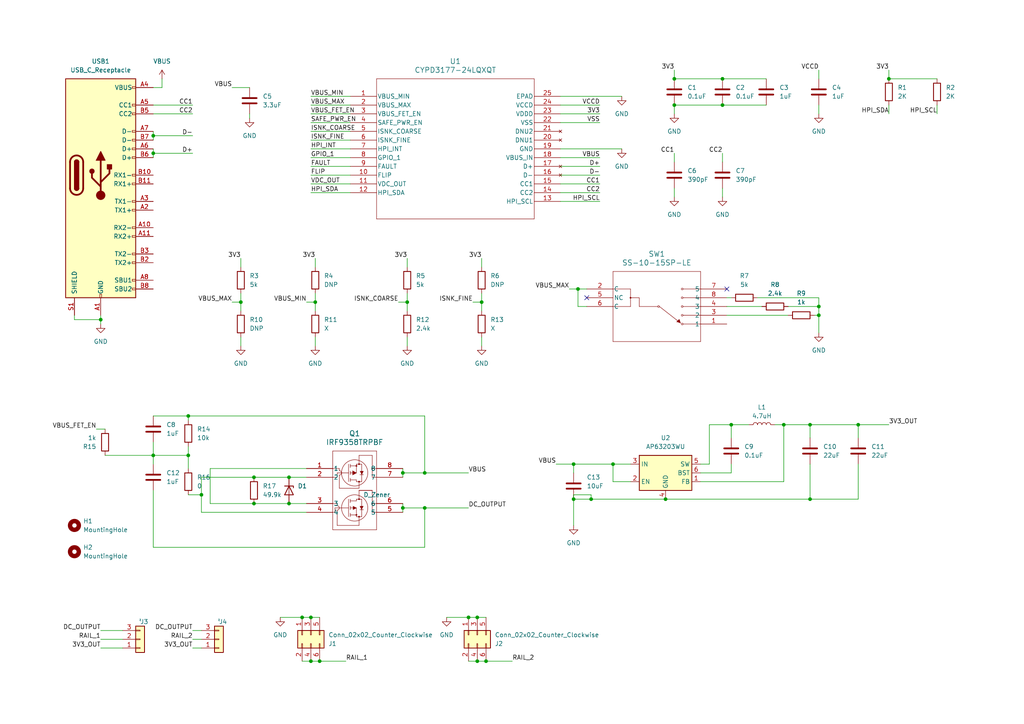
<source format=kicad_sch>
(kicad_sch (version 20231120) (generator "eeschema") (generator_version "8.0")
  (paper "A4")
  (title_block (title "USB C Breadboard Power Supply") (rev "0.1") (company "Byte Sized Engineering"))
  (lib_symbols
    (symbol "Connector:USB_C_Receptacle" (pin_names (offset 1.016))
      (property "Reference" "J" (at -10.16 29.21 0))
      (property "Value" "USB_C_Receptacle" (at 10.16 29.21 0))
      (symbol "USB_C_Receptacle_0_0"
        (rectangle (start -0.254 -35.56) (end 0.254 -34.544))
        (rectangle (start 10.16 -32.766) (end 9.144 -33.274))
        (rectangle (start 10.16 -30.226) (end 9.144 -30.734))
        (rectangle (start 10.16 -25.146) (end 9.144 -25.654))
        (rectangle (start 10.16 -22.606) (end 9.144 -23.114))
        (rectangle (start 10.16 -17.526) (end 9.144 -18.034))
        (rectangle (start 10.16 -14.986) (end 9.144 -15.494))
        (rectangle (start 10.16 -9.906) (end 9.144 -10.414))
        (rectangle (start 10.16 -7.366) (end 9.144 -7.874))
        (rectangle (start 10.16 -2.286) (end 9.144 -2.794))
        (rectangle (start 10.16 0.254) (end 9.144 -0.254))
        (rectangle (start 10.16 5.334) (end 9.144 4.826))
        (rectangle (start 10.16 7.874) (end 9.144 7.366))
        (rectangle (start 10.16 10.414) (end 9.144 9.906))
        (rectangle (start 10.16 12.954) (end 9.144 12.446))
        (rectangle (start 10.16 18.034) (end 9.144 17.526))
        (rectangle (start 10.16 20.574) (end 9.144 20.066))
        (rectangle (start 10.16 25.654) (end 9.144 25.146))
      )
      (symbol "USB_C_Receptacle_0_1"
        (rectangle (start -10.16 27.94) (end 10.16 -35.56) (stroke (width 0.254)) (fill (type background)))
        (arc (start -8.89 -3.81) (mid -6.985 -5.7067) (end -5.08 -3.81) (stroke (width 0.508)))
        (arc (start -7.62 -3.81) (mid -6.985 -4.4423) (end -6.35 -3.81) (stroke (width 0.254)))
        (arc (start -7.62 -3.81) (mid -6.985 -4.4423) (end -6.35 -3.81) (stroke (width 0.254)) (fill (type outline)))
        (rectangle (start -7.62 -3.81) (end -6.35 3.81) (stroke (width 0.254)) (fill (type outline)))
        (arc (start -6.35 3.81) (mid -6.985 4.4423) (end -7.62 3.81) (stroke (width 0.254)))
        (arc (start -6.35 3.81) (mid -6.985 4.4423) (end -7.62 3.81) (stroke (width 0.254)) (fill (type outline)))
        (arc (start -5.08 3.81) (mid -6.985 5.7067) (end -8.89 3.81) (stroke (width 0.508)))
        (polyline (pts (xy -8.89 -3.81) (xy -8.89 3.81)) (stroke (width 0.508)))
        (polyline (pts (xy -5.08 3.81) (xy -5.08 -3.81)) (stroke (width 0.508)))
      )
      (symbol "USB_C_Receptacle_1_1"
        (circle (center -2.54 1.143) (radius 0.635) (stroke (width 0.254)) (fill (type outline)))
        (circle (center 0 -5.842) (radius 1.27) (fill (type outline)))
        (polyline (pts (xy 0 -5.842) (xy 0 4.318)) (stroke (width 0.508)))
        (polyline (pts (xy 0 -3.302) (xy -2.54 -0.762) (xy -2.54 0.508)) (stroke (width 0.508)))
        (polyline (pts (xy 0 -2.032) (xy 2.54 0.508) (xy 2.54 1.778)) (stroke (width 0.508)))
        (polyline (pts (xy -1.27 4.318) (xy 0 6.858) (xy 1.27 4.318) (xy -1.27 4.318)) (stroke (width 0.254)) (fill (type outline)))
        (rectangle (start 1.905 1.778) (end 3.175 3.048) (stroke (width 0.254)) (fill (type outline)))
        (pin passive line (at 0 -40.64 90) (length 5.08) (name "GND") (number "A1"))
        (pin bidirectional line (at 15.24 -15.24 180) (length 5.08) (name "RX2-") (number "A10"))
        (pin bidirectional line (at 15.24 -17.78 180) (length 5.08) (name "RX2+") (number "A11"))
        (pin passive line (at 0 -40.64 90) (length 5.08) hide (name "GND") (number "A12"))
        (pin bidirectional line (at 15.24 -10.16 180) (length 5.08) (name "TX1+") (number "A2"))
        (pin bidirectional line (at 15.24 -7.62 180) (length 5.08) (name "TX1-") (number "A3"))
        (pin passive line (at 15.24 25.4 180) (length 5.08) (name "VBUS") (number "A4"))
        (pin bidirectional line (at 15.24 20.32 180) (length 5.08) (name "CC1") (number "A5"))
        (pin bidirectional line (at 15.24 7.62 180) (length 5.08) (name "D+") (number "A6"))
        (pin bidirectional line (at 15.24 12.7 180) (length 5.08) (name "D-") (number "A7"))
        (pin bidirectional line (at 15.24 -30.48 180) (length 5.08) (name "SBU1") (number "A8"))
        (pin passive line (at 15.24 25.4 180) (length 5.08) hide (name "VBUS") (number "A9"))
        (pin passive line (at 0 -40.64 90) (length 5.08) hide (name "GND") (number "B1"))
        (pin bidirectional line (at 15.24 0 180) (length 5.08) (name "RX1-") (number "B10"))
        (pin bidirectional line (at 15.24 -2.54 180) (length 5.08) (name "RX1+") (number "B11"))
        (pin passive line (at 0 -40.64 90) (length 5.08) hide (name "GND") (number "B12"))
        (pin bidirectional line (at 15.24 -25.4 180) (length 5.08) (name "TX2+") (number "B2"))
        (pin bidirectional line (at 15.24 -22.86 180) (length 5.08) (name "TX2-") (number "B3"))
        (pin passive line (at 15.24 25.4 180) (length 5.08) hide (name "VBUS") (number "B4"))
        (pin bidirectional line (at 15.24 17.78 180) (length 5.08) (name "CC2") (number "B5"))
        (pin bidirectional line (at 15.24 5.08 180) (length 5.08) (name "D+") (number "B6"))
        (pin bidirectional line (at 15.24 10.16 180) (length 5.08) (name "D-") (number "B7"))
        (pin bidirectional line (at 15.24 -33.02 180) (length 5.08) (name "SBU2") (number "B8"))
        (pin passive line (at 15.24 25.4 180) (length 5.08) hide (name "VBUS") (number "B9"))
        (pin passive line (at -7.62 -40.64 90) (length 5.08) (name "SHIELD") (number "S1"))
      )
    )
    (symbol "Connector_Generic:Conn_01x03" (pin_names (offset 1.016) hide)
      (property "Reference" "J" (at 0 5.08 0))
      (property "Value" "Conn_01x03" (at 0 -5.08 0))
      (symbol "Conn_01x03_1_1"
        (rectangle (start -1.27 -2.413) (end 0 -2.667) (stroke (width 0.1524)))
        (rectangle (start -1.27 0.127) (end 0 -0.127) (stroke (width 0.1524)))
        (rectangle (start -1.27 2.667) (end 0 2.413) (stroke (width 0.1524)))
        (rectangle (start -1.27 3.81) (end 1.27 -3.81) (stroke (width 0.254)) (fill (type background)))
        (pin passive line (at -5.08 2.54 0) (length 3.81) (name "Pin_1") (number "1"))
        (pin passive line (at -5.08 0 0) (length 3.81) (name "Pin_2") (number "2"))
        (pin passive line (at -5.08 -2.54 0) (length 3.81) (name "Pin_3") (number "3"))
      )
    )
    (symbol "Connector_Generic:Conn_02x03_Odd_Even" (pin_names (offset 1.016) hide)
      (property "Reference" "J" (at 1.27 5.08 0))
      (property "Value" "Conn_02x03_Odd_Even" (at 1.27 -5.08 0))
      (symbol "Conn_02x03_Odd_Even_1_1"
        (rectangle (start -1.27 -2.413) (end 0 -2.667) (stroke (width 0.1524)))
        (rectangle (start -1.27 0.127) (end 0 -0.127) (stroke (width 0.1524)))
        (rectangle (start -1.27 2.667) (end 0 2.413) (stroke (width 0.1524)))
        (rectangle (start -1.27 3.81) (end 3.81 -3.81) (stroke (width 0.254)) (fill (type background)))
        (rectangle (start 3.81 -2.413) (end 2.54 -2.667) (stroke (width 0.1524)))
        (rectangle (start 3.81 0.127) (end 2.54 -0.127) (stroke (width 0.1524)))
        (rectangle (start 3.81 2.667) (end 2.54 2.413) (stroke (width 0.1524)))
        (pin passive line (at -5.08 2.54 0) (length 3.81) (name "Pin_1") (number "1"))
        (pin passive line (at 7.62 2.54 180) (length 3.81) (name "Pin_2") (number "2"))
        (pin passive line (at -5.08 0 0) (length 3.81) (name "Pin_3") (number "3"))
        (pin passive line (at 7.62 0 180) (length 3.81) (name "Pin_4") (number "4"))
        (pin passive line (at -5.08 -2.54 0) (length 3.81) (name "Pin_5") (number "5"))
        (pin passive line (at 7.62 -2.54 180) (length 3.81) (name "Pin_6") (number "6"))
      )
    )
    (symbol "Device:C" (pin_numbers hide) (pin_names (offset 0.254))
      (property "Reference" "C" (at 0.635 2.54 0))
      (property "Value" "C" (at 0.635 -2.54 0))
      (symbol "C_0_1"
        (polyline (pts (xy -2.032 -0.762) (xy 2.032 -0.762)) (stroke (width 0.508)))
        (polyline (pts (xy -2.032 0.762) (xy 2.032 0.762)) (stroke (width 0.508)))
      )
      (symbol "C_1_1"
        (pin passive line (at 0 3.81 270) (length 2.794) (name "~") (number "1"))
        (pin passive line (at 0 -3.81 90) (length 2.794) (name "~") (number "2"))
      )
    )
    (symbol "Device:D_Zener" (pin_numbers hide) (pin_names (offset 1.016) hide)
      (property "Reference" "D" (at 0 2.54 0))
      (property "Value" "D_Zener" (at 0 -2.54 0))
      (symbol "D_Zener_0_1"
        (polyline (pts (xy 1.27 0) (xy -1.27 0)))
        (polyline (pts (xy -1.27 -1.27) (xy -1.27 1.27) (xy -0.762 1.27)) (stroke (width 0.254)))
        (polyline (pts (xy 1.27 -1.27) (xy 1.27 1.27) (xy -1.27 0) (xy 1.27 -1.27)) (stroke (width 0.254)))
      )
      (symbol "D_Zener_1_1"
        (pin passive line (at -3.81 0 0) (length 2.54) (name "K") (number "1"))
        (pin passive line (at 3.81 0 180) (length 2.54) (name "A") (number "2"))
      )
    )
    (symbol "Device:L" (pin_numbers hide) (pin_names (offset 1.016) hide)
      (property "Reference" "L" (at -1.27 0 90))
      (property "Value" "L" (at 1.905 0 90))
      (symbol "L_0_1"
        (arc (start 0 -2.54) (mid 0.6323 -1.905) (end 0 -1.27))
        (arc (start 0 -1.27) (mid 0.6323 -0.635) (end 0 0))
        (arc (start 0 0) (mid 0.6323 0.635) (end 0 1.27))
        (arc (start 0 1.27) (mid 0.6323 1.905) (end 0 2.54))
      )
      (symbol "L_1_1"
        (pin passive line (at 0 3.81 270) (length 1.27) (name "1") (number "1"))
        (pin passive line (at 0 -3.81 90) (length 1.27) (name "2") (number "2"))
      )
    )
    (symbol "Device:R" (pin_numbers hide) (pin_names (offset 0))
      (property "Reference" "R" (at 2.032 0 90))
      (property "Value" "R" (at 0 0 90))
      (symbol "R_0_1"
        (rectangle (start -1.016 -2.54) (end 1.016 2.54) (stroke (width 0.254)))
      )
      (symbol "R_1_1"
        (pin passive line (at 0 3.81 270) (length 1.27) (name "~") (number "1"))
        (pin passive line (at 0 -3.81 90) (length 1.27) (name "~") (number "2"))
      )
    )
    (symbol "Mechanical:MountingHole" (pin_names (offset 1.016))
      (property "Reference" "H" (at 0 5.08 0))
      (property "Value" "MountingHole" (at 0 3.175 0))
      (symbol "MountingHole_0_1"
        (circle (center 0 0) (radius 1.27) (stroke (width 1.27)))
      )
    )
    (symbol "Power Mosfet Array:IRF9358TRPBF" (pin_names (offset 0.254))
      (property "Reference" "Q" (at 13.97 10.16 0))
      (property "Value" "IRF9358TRPBF" (at 15.24 7.62 0))
      (symbol "IRF9358TRPBF_0_1"
        (polyline (pts (xy 7.62 -17.78) (xy 20.32 -17.78)) (stroke (width 0.127)))
        (polyline (pts (xy 7.62 -12.7) (xy 8.255 -12.7)) (stroke (width 0.127)))
        (polyline (pts (xy 7.62 -10.16) (xy 8.89 -10.16)) (stroke (width 0.127)))
        (polyline (pts (xy 7.62 -2.54) (xy 8.89 -2.54)) (stroke (width 0.127)))
        (polyline (pts (xy 7.62 0) (xy 9.525 0)) (stroke (width 0.127)))
        (polyline (pts (xy 7.62 5.08) (xy 7.62 -17.78)) (stroke (width 0.127)))
        (polyline (pts (xy 8.255 -12.7) (xy 8.255 -11.43)) (stroke (width 0.127)))
        (polyline (pts (xy 8.255 -11.43) (xy 12.192 -11.43)) (stroke (width 0.127)))
        (polyline (pts (xy 8.89 -16.51) (xy 15.24 -16.51)) (stroke (width 0.127)))
        (polyline (pts (xy 8.89 -12.065) (xy 8.89 -16.51)) (stroke (width 0.127)))
        (polyline (pts (xy 8.89 -10.795) (xy 8.89 -10.16)) (stroke (width 0.127)))
        (polyline (pts (xy 8.89 -2.54) (xy 8.89 -1.27)) (stroke (width 0.127)))
        (polyline (pts (xy 8.89 -1.27) (xy 12.192 -1.27)) (stroke (width 0.127)))
        (polyline (pts (xy 9.525 -1.905) (xy 9.525 -5.715)) (stroke (width 0.127)))
        (polyline (pts (xy 9.525 0) (xy 9.525 -0.635)) (stroke (width 0.127)))
        (polyline (pts (xy 12.192 -13.97) (xy 12.192 -8.89)) (stroke (width 0.127)))
        (polyline (pts (xy 12.192 1.27) (xy 12.192 -3.81)) (stroke (width 0.127)))
        (polyline (pts (xy 12.7 -13.97) (xy 12.7 -12.954)) (stroke (width 0.127)))
        (polyline (pts (xy 12.7 -13.462) (xy 14.478 -13.462)) (stroke (width 0.127)))
        (polyline (pts (xy 12.7 -11.938) (xy 12.7 -10.922)) (stroke (width 0.127)))
        (polyline (pts (xy 12.7 -11.43) (xy 14.478 -11.43)) (stroke (width 0.127)))
        (polyline (pts (xy 12.7 -9.906) (xy 12.7 -8.89)) (stroke (width 0.127)))
        (polyline (pts (xy 12.7 -9.398) (xy 14.478 -9.398)) (stroke (width 0.127)))
        (polyline (pts (xy 12.7 -3.302) (xy 14.478 -3.302)) (stroke (width 0.127)))
        (polyline (pts (xy 12.7 -2.794) (xy 12.7 -3.81)) (stroke (width 0.127)))
        (polyline (pts (xy 12.7 -1.27) (xy 14.478 -1.27)) (stroke (width 0.127)))
        (polyline (pts (xy 12.7 -0.762) (xy 12.7 -1.778)) (stroke (width 0.127)))
        (polyline (pts (xy 12.7 0.762) (xy 14.478 0.762)) (stroke (width 0.127)))
        (polyline (pts (xy 12.7 1.27) (xy 12.7 0.254)) (stroke (width 0.127)))
        (polyline (pts (xy 14.478 -13.97) (xy 14.478 -11.43)) (stroke (width 0.127)))
        (polyline (pts (xy 14.478 -13.97) (xy 16.002 -13.97)) (stroke (width 0.127)))
        (polyline (pts (xy 14.478 -9.398) (xy 14.478 -8.89)) (stroke (width 0.127)))
        (polyline (pts (xy 14.478 -8.89) (xy 16.002 -8.89)) (stroke (width 0.127)))
        (polyline (pts (xy 14.478 -3.81) (xy 16.002 -3.81)) (stroke (width 0.127)))
        (polyline (pts (xy 14.478 -3.302) (xy 14.478 -3.81)) (stroke (width 0.127)))
        (polyline (pts (xy 14.478 1.27) (xy 14.478 -1.27)) (stroke (width 0.127)))
        (polyline (pts (xy 14.478 1.27) (xy 16.002 1.27)) (stroke (width 0.127)))
        (polyline (pts (xy 15.24 -16.51) (xy 15.24 -13.97)) (stroke (width 0.127)))
        (polyline (pts (xy 15.24 -8.89) (xy 15.24 -6.35)) (stroke (width 0.127)))
        (polyline (pts (xy 15.24 -6.35) (xy 19.05 -6.35)) (stroke (width 0.127)))
        (polyline (pts (xy 15.24 -6.35) (xy 19.05 -6.35)) (stroke (width 0.127)))
        (polyline (pts (xy 15.24 -5.715) (xy 9.525 -5.715)) (stroke (width 0.127)))
        (polyline (pts (xy 15.24 -5.715) (xy 15.24 -3.81)) (stroke (width 0.127)))
        (polyline (pts (xy 15.24 3.81) (xy 15.24 1.27)) (stroke (width 0.127)))
        (polyline (pts (xy 15.24 3.81) (xy 19.05 3.81)) (stroke (width 0.127)))
        (polyline (pts (xy 15.494 -1.778) (xy 16.51 -1.778)) (stroke (width 0.127)))
        (polyline (pts (xy 16.002 -13.97) (xy 16.002 -8.89)) (stroke (width 0.127)))
        (polyline (pts (xy 16.002 1.27) (xy 16.002 -3.81)) (stroke (width 0.127)))
        (polyline (pts (xy 16.51 -11.938) (xy 15.494 -11.938)) (stroke (width 0.127)))
        (polyline (pts (xy 19.05 -12.7) (xy 19.05 -6.35)) (stroke (width 0.127)))
        (polyline (pts (xy 19.05 -12.7) (xy 20.32 -12.7)) (stroke (width 0.127)))
        (polyline (pts (xy 19.05 -10.16) (xy 20.32 -10.16)) (stroke (width 0.127)))
        (polyline (pts (xy 19.05 -2.54) (xy 20.32 -2.54)) (stroke (width 0.127)))
        (polyline (pts (xy 19.05 0) (xy 20.32 0)) (stroke (width 0.127)))
        (polyline (pts (xy 19.05 3.81) (xy 19.05 -2.54)) (stroke (width 0.127)))
        (polyline (pts (xy 20.32 -17.78) (xy 20.32 5.08)) (stroke (width 0.127)))
        (polyline (pts (xy 20.32 5.08) (xy 7.62 5.08)) (stroke (width 0.127)))
        (polyline (pts (xy 13.335 -1.905) (xy 14.478 -1.27) (xy 13.335 -0.635)) (stroke (width 0.0254)) (fill (type outline)))
        (polyline (pts (xy 13.462 -10.922) (xy 14.478 -11.43) (xy 13.462 -11.938)) (stroke (width 0.0254)) (fill (type outline)))
        (polyline (pts (xy 15.494 -0.762) (xy 16.51 -0.762) (xy 16.002 -1.778)) (stroke (width 0.0254)) (fill (type outline)))
        (polyline (pts (xy 16.51 -10.922) (xy 15.494 -10.922) (xy 16.002 -11.938)) (stroke (width 0.0254)) (fill (type outline)))
        (arc (start 8.89 -12.065) (mid 9.5223 -11.43) (end 8.89 -10.795) (stroke (width 0.127)))
        (arc (start 9.525 -1.905) (mid 10.1573 -1.27) (end 9.525 -0.635) (stroke (width 0.127)))
        (circle (center 13.97 -11.43) (radius 3.81) (stroke (width 0.127)))
        (circle (center 13.97 -1.27) (radius 3.81) (stroke (width 0.127)))
        (circle (center 14.478 -13.462) (radius 0.127) (stroke (width 0.254)))
        (circle (center 14.478 0.762) (radius 0.127) (stroke (width 0.254)))
        (circle (center 15.24 -13.97) (radius 0.127) (stroke (width 0.254)))
        (circle (center 15.24 -8.89) (radius 0.127) (stroke (width 0.254)))
        (circle (center 15.24 -3.81) (radius 0.127) (stroke (width 0.254)))
        (circle (center 15.24 1.27) (radius 0.127) (stroke (width 0.254)))
        (circle (center 19.05 -10.16) (radius 0.127) (stroke (width 0.254)))
        (circle (center 19.05 0) (radius 0.127) (stroke (width 0.254)))
        (pin unspecified line (at 0 0 0) (length 7.62) (name "1") (number "1"))
        (pin unspecified line (at 0 -2.54 0) (length 7.62) (name "2") (number "2"))
        (pin unspecified line (at 0 -10.16 0) (length 7.62) (name "3") (number "3"))
        (pin unspecified line (at 0 -12.7 0) (length 7.62) (name "4") (number "4"))
        (pin unspecified line (at 27.94 -12.7 180) (length 7.62) (name "5") (number "5"))
        (pin unspecified line (at 27.94 -10.16 180) (length 7.62) (name "6") (number "6"))
        (pin unspecified line (at 27.94 -2.54 180) (length 7.62) (name "7") (number "7"))
        (pin unspecified line (at 27.94 0 180) (length 7.62) (name "8") (number "8"))
      )
    )
    (symbol "Project Symbols:CYPD3177-24LQXQT" (pin_names (offset 0.254))
      (property "Reference" "U" (at 30.48 10.16 0))
      (property "Value" "CYPD3177-24LQXQT" (at 30.48 7.62 0))
      (symbol "CYPD3177-24LQXQT_0_1"
        (polyline (pts (xy 7.62 -35.56) (xy 53.34 -35.56)) (stroke (width 0.127)))
        (polyline (pts (xy 7.62 5.08) (xy 7.62 -35.56)) (stroke (width 0.127)))
        (polyline (pts (xy 53.34 -35.56) (xy 53.34 5.08)) (stroke (width 0.127)))
        (polyline (pts (xy 53.34 5.08) (xy 7.62 5.08)) (stroke (width 0.127)))
        (pin unspecified line (at 0 0 0) (length 7.62) (name "VBUS_MIN") (number "1"))
        (pin bidirectional line (at 0 -22.86 0) (length 7.62) (name "FLIP") (number "10"))
        (pin output line (at 0 -25.4 0) (length 7.62) (name "VDC_OUT") (number "11"))
        (pin unspecified line (at 0 -27.94 0) (length 7.62) (name "HPI_SDA") (number "12"))
        (pin unspecified line (at 60.96 -30.48 180) (length 7.62) (name "HPI_SCL") (number "13"))
        (pin unspecified line (at 60.96 -27.94 180) (length 7.62) (name "CC2") (number "14"))
        (pin unspecified line (at 60.96 -25.4 180) (length 7.62) (name "CC1") (number "15"))
        (pin no_connect line (at 60.96 -22.86 180) (length 7.62) (name "D-") (number "16"))
        (pin no_connect line (at 60.96 -20.32 180) (length 7.62) (name "D+") (number "17"))
        (pin input line (at 60.96 -17.78 180) (length 7.62) (name "VBUS_IN") (number "18"))
        (pin power_out line (at 60.96 -15.24 180) (length 7.62) (name "GND") (number "19"))
        (pin unspecified line (at 0 -2.54 0) (length 7.62) (name "VBUS_MAX") (number "2"))
        (pin no_connect line (at 60.96 -12.7 180) (length 7.62) (name "DNU1") (number "20"))
        (pin no_connect line (at 60.96 -10.16 180) (length 7.62) (name "DNU2") (number "21"))
        (pin power_out line (at 60.96 -7.62 180) (length 7.62) (name "VSS") (number "22"))
        (pin output line (at 60.96 -5.08 180) (length 7.62) (name "VDDD") (number "23"))
        (pin output line (at 60.96 -2.54 180) (length 7.62) (name "VCCD") (number "24"))
        (pin power_out line (at 60.96 0 180) (length 7.62) (name "EPAD") (number "25"))
        (pin output line (at 0 -5.08 0) (length 7.62) (name "VBUS_FET_EN") (number "3"))
        (pin output line (at 0 -7.62 0) (length 7.62) (name "SAFE_PWR_EN") (number "4"))
        (pin unspecified line (at 0 -10.16 0) (length 7.62) (name "ISNK_COARSE") (number "5"))
        (pin unspecified line (at 0 -12.7 0) (length 7.62) (name "ISNK_FINE") (number "6"))
        (pin unspecified line (at 0 -15.24 0) (length 7.62) (name "HPI_INT") (number "7"))
        (pin unspecified line (at 0 -17.78 0) (length 7.62) (name "GPIO_1") (number "8"))
        (pin unspecified line (at 0 -20.32 0) (length 7.62) (name "FAULT") (number "9"))
      )
    )
    (symbol "Regulator_Switching:AP63203WU"
      (property "Reference" "U" (at -7.62 6.35 0))
      (property "Value" "AP63203WU" (at 2.54 6.35 0))
      (symbol "AP63203WU_0_1"
        (rectangle (start -7.62 5.08) (end 7.62 -5.08) (stroke (width 0.254)) (fill (type background)))
      )
      (symbol "AP63203WU_1_1"
        (pin input line (at 10.16 -2.54 180) (length 2.54) (name "FB") (number "1"))
        (pin input line (at -10.16 -2.54 0) (length 2.54) (name "EN") (number "2"))
        (pin power_in line (at -10.16 2.54 0) (length 2.54) (name "IN") (number "3"))
        (pin power_in line (at 0 -7.62 90) (length 2.54) (name "GND") (number "4"))
        (pin output line (at 10.16 2.54 180) (length 2.54) (name "SW") (number "5"))
        (pin passive line (at 10.16 0 180) (length 2.54) (name "BST") (number "6"))
      )
    )
    (symbol "Rotary:SS-10-15SP-LE" (pin_names (offset 0.254))
      (property "Reference" "SW" (at 20.32 10.16 0))
      (property "Value" "SS-10-15SP-LE" (at 20.32 7.62 0))
      (symbol "SS-10-15SP-LE_1_1"
        (polyline (pts (xy 7.62 -15.24) (xy 33.02 -15.24)) (stroke (width 0.127)))
        (polyline (pts (xy 7.62 -5.08) (xy 12.7 -5.08)) (stroke (width 0.127)))
        (polyline (pts (xy 7.62 -2.54) (xy 12.7 -2.54)) (stroke (width 0.127)))
        (polyline (pts (xy 7.62 0) (xy 12.7 0)) (stroke (width 0.127)))
        (polyline (pts (xy 7.62 5.08) (xy 7.62 -15.24)) (stroke (width 0.127)))
        (polyline (pts (xy 12.7 -10.16) (xy 7.62 -10.16)) (stroke (width 0.127)))
        (polyline (pts (xy 12.7 -7.62) (xy 7.62 -7.62)) (stroke (width 0.127)))
        (polyline (pts (xy 19.558 -5.08) (xy 13.716 -0.508)) (stroke (width 0.127)))
        (polyline (pts (xy 25.4 -5.08) (xy 20.066 -5.08)) (stroke (width 0.127)))
        (polyline (pts (xy 25.4 -5.08) (xy 25.4 -7.62)) (stroke (width 0.127)))
        (polyline (pts (xy 27.94 -10.16) (xy 33.02 -10.16)) (stroke (width 0.127)))
        (polyline (pts (xy 27.94 -7.62) (xy 25.4 -7.62)) (stroke (width 0.127)))
        (polyline (pts (xy 27.94 -5.08) (xy 27.94 -10.16)) (stroke (width 0.127)))
        (polyline (pts (xy 33.02 -15.24) (xy 33.02 5.08)) (stroke (width 0.127)))
        (polyline (pts (xy 33.02 -5.08) (xy 27.94 -5.08)) (stroke (width 0.127)))
        (polyline (pts (xy 33.02 5.08) (xy 7.62 5.08)) (stroke (width 0.127)))
        (polyline (pts (xy 13.462 -0.254) (xy 13.8212 -1.3316) (xy 14.5396 -0.6132)) (fill (type outline)))
        (circle (center 12.954 -10.16) (radius 0.254) (stroke (width 0.127)))
        (circle (center 12.954 -7.62) (radius 0.254) (stroke (width 0.127)))
        (circle (center 12.954 -5.08) (radius 0.254) (stroke (width 0.127)))
        (circle (center 12.954 -2.54) (radius 0.254) (stroke (width 0.127)))
        (circle (center 12.954 0) (radius 0.254) (stroke (width 0.127)))
        (circle (center 19.812 -5.08) (radius 0.254) (stroke (width 0.127)))
        (circle (center 27.94 -7.62) (radius 0.127) (stroke (width 0.254)))
        (pin unspecified line (at 0 0 0) (length 7.62) (name "1") (number "1"))
        (pin unspecified line (at 40.64 -10.16 180) (length 7.62) (name "C") (number "2"))
        (pin unspecified line (at 0 -2.54 0) (length 7.62) (name "2") (number "3"))
        (pin unspecified line (at 0 -5.08 0) (length 7.62) (name "3") (number "4"))
        (pin unspecified line (at 40.64 -7.62 180) (length 7.62) (name "NC") (number "5"))
        (pin unspecified line (at 40.64 -5.08 180) (length 7.62) (name "C") (number "6"))
        (pin unspecified line (at 0 -10.16 0) (length 7.62) (name "5") (number "7"))
        (pin unspecified line (at 0 -7.62 0) (length 7.62) (name "4") (number "8"))
      )
    )
    (symbol "power:GND" (power) (pin_names (offset 0))
      (property "Value" "GND" (at 0 -3.81 0))
      (symbol "GND_0_1"
        (polyline (pts (xy 0 0) (xy 0 -1.27) (xy 1.27 -1.27) (xy 0 -2.54) (xy -1.27 -1.27) (xy 0 -1.27)))
      )
      (symbol "GND_1_1"
        (pin power_in line (at 0 0 270) (length 0) hide (name "GND") (number "1"))
      )
    )
    (symbol "power:VBUS" (power) (pin_names (offset 0))
      (property "Value" "VBUS" (at 0 3.81 0))
      (symbol "VBUS_0_1"
        (polyline (pts (xy -0.762 1.27) (xy 0 2.54)))
        (polyline (pts (xy 0 0) (xy 0 2.54)))
        (polyline (pts (xy 0 2.54) (xy 0.762 1.27)))
      )
      (symbol "VBUS_1_1"
        (pin power_in line (at 0 0 90) (length 0) hide (name "VBUS") (number "1"))
      )
    )
  )
  (junction (at 227.33 123.19))
  (junction (at 166.37 134.62))
  (junction (at 234.95 144.78))
  (junction (at 116.84 137.16))
  (junction (at 83.82 138.43))
  (junction (at 92.71 191.77))
  (junction (at 90.17 179.07))
  (junction (at 257.81 22.86))
  (junction (at 138.43 191.77))
  (junction (at 123.19 137.16))
  (junction (at 44.45 39.37))
  (junction (at 234.95 123.19))
  (junction (at 248.92 123.19))
  (junction (at 135.89 179.07))
  (junction (at 118.11 87.63))
  (junction (at 209.55 30.48))
  (junction (at 29.21 92.71))
  (junction (at 54.61 120.65))
  (junction (at 73.66 138.43))
  (junction (at 123.19 147.32))
  (junction (at 140.97 191.77))
  (junction (at 138.43 179.07))
  (junction (at 44.45 132.08))
  (junction (at 195.58 22.86))
  (junction (at 87.63 179.07))
  (junction (at 69.85 87.63))
  (junction (at 193.04 144.78))
  (junction (at 167.64 83.82))
  (junction (at 116.84 147.32))
  (junction (at 90.17 191.77))
  (junction (at 91.44 87.63))
  (junction (at 83.82 146.05))
  (junction (at 54.61 132.08))
  (junction (at 73.66 146.05))
  (junction (at 177.8 134.62))
  (junction (at 139.7 87.63))
  (junction (at 44.45 44.45))
  (junction (at 237.49 91.44))
  (junction (at 212.09 123.19))
  (junction (at 171.45 144.78))
  (junction (at 58.42 143.51))
  (junction (at 166.37 144.78))
  (junction (at 195.58 30.48))
  (junction (at 209.55 22.86))
  (junction (at 237.49 88.9))
  (no_connect (at 170.18 86.36))
  (no_connect (at 210.82 83.82))
  (wire (pts (xy 30.48 132.08) (xy 44.45 132.08)))
  (wire (pts (xy 60.96 135.89) (xy 60.96 146.05)))
  (wire (pts (xy 210.82 88.9) (xy 220.98 88.9)))
  (wire (pts (xy 44.45 43.18) (xy 44.45 44.45)))
  (wire (pts (xy 237.49 86.36) (xy 237.49 88.9)))
  (wire (pts (xy 44.45 158.75) (xy 123.19 158.75)))
  (wire (pts (xy 173.99 35.56) (xy 162.56 35.56)))
  (wire (pts (xy 118.11 87.63) (xy 118.11 90.17)))
  (wire (pts (xy 91.44 87.63) (xy 91.44 90.17)))
  (wire (pts (xy 44.45 25.4) (xy 46.99 25.4)))
  (wire (pts (xy 27.94 124.46) (xy 30.48 124.46)))
  (wire (pts (xy 171.45 144.78) (xy 166.37 144.78)))
  (wire (pts (xy 257.81 30.48) (xy 257.81 33.02)))
  (wire (pts (xy 271.78 30.48) (xy 271.78 33.02)))
  (wire (pts (xy 234.95 123.19) (xy 234.95 127)))
  (wire (pts (xy 21.59 91.44) (xy 21.59 92.71)))
  (wire (pts (xy 81.28 179.07) (xy 87.63 179.07)))
  (wire (pts (xy 173.99 58.42) (xy 162.56 58.42)))
  (wire (pts (xy 203.2 137.16) (xy 212.09 137.16)))
  (wire (pts (xy 138.43 191.77) (xy 140.97 191.77)))
  (wire (pts (xy 234.95 144.78) (xy 234.95 134.62)))
  (wire (pts (xy 212.09 123.19) (xy 205.74 123.19)))
  (wire (pts (xy 205.74 123.19) (xy 205.74 134.62)))
  (wire (pts (xy 139.7 97.79) (xy 139.7 100.33)))
  (wire (pts (xy 118.11 85.09) (xy 118.11 87.63)))
  (wire (pts (xy 165.1 83.82) (xy 167.64 83.82)))
  (wire (pts (xy 209.55 44.45) (xy 209.55 46.99)))
  (wire (pts (xy 167.64 83.82) (xy 167.64 88.9)))
  (wire (pts (xy 69.85 87.63) (xy 67.31 87.63)))
  (wire (pts (xy 69.85 97.79) (xy 69.85 100.33)))
  (wire (pts (xy 227.33 123.19) (xy 234.95 123.19)))
  (wire (pts (xy 166.37 144.78) (xy 166.37 152.4)))
  (wire (pts (xy 73.66 138.43) (xy 83.82 138.43)))
  (wire (pts (xy 116.84 147.32) (xy 116.84 148.59)))
  (wire (pts (xy 29.21 185.42) (xy 35.56 185.42)))
  (wire (pts (xy 228.6 88.9) (xy 237.49 88.9)))
  (wire (pts (xy 90.17 33.02) (xy 101.6 33.02)))
  (wire (pts (xy 46.99 25.4) (xy 46.99 22.86)))
  (wire (pts (xy 44.45 33.02) (xy 55.88 33.02)))
  (wire (pts (xy 116.84 135.89) (xy 116.84 137.16)))
  (wire (pts (xy 195.58 30.48) (xy 209.55 30.48)))
  (wire (pts (xy 237.49 20.32) (xy 237.49 22.86)))
  (wire (pts (xy 58.42 143.51) (xy 58.42 148.59)))
  (wire (pts (xy 140.97 191.77) (xy 148.59 191.77)))
  (wire (pts (xy 90.17 48.26) (xy 101.6 48.26)))
  (wire (pts (xy 88.9 135.89) (xy 60.96 135.89)))
  (wire (pts (xy 195.58 54.61) (xy 195.58 57.15)))
  (wire (pts (xy 55.88 44.45) (xy 44.45 44.45)))
  (wire (pts (xy 116.84 137.16) (xy 123.19 137.16)))
  (wire (pts (xy 139.7 87.63) (xy 137.16 87.63)))
  (wire (pts (xy 123.19 137.16) (xy 135.89 137.16)))
  (wire (pts (xy 69.85 74.93) (xy 69.85 77.47)))
  (wire (pts (xy 173.99 33.02) (xy 162.56 33.02)))
  (wire (pts (xy 248.92 144.78) (xy 248.92 134.62)))
  (wire (pts (xy 203.2 139.7) (xy 227.33 139.7)))
  (wire (pts (xy 90.17 43.18) (xy 101.6 43.18)))
  (wire (pts (xy 44.45 142.24) (xy 44.45 158.75)))
  (wire (pts (xy 248.92 123.19) (xy 257.81 123.19)))
  (wire (pts (xy 171.45 143.51) (xy 171.45 144.78)))
  (wire (pts (xy 227.33 123.19) (xy 224.79 123.19)))
  (wire (pts (xy 173.99 53.34) (xy 162.56 53.34)))
  (wire (pts (xy 123.19 120.65) (xy 123.19 137.16)))
  (wire (pts (xy 118.11 74.93) (xy 118.11 77.47)))
  (wire (pts (xy 90.17 191.77) (xy 92.71 191.77)))
  (wire (pts (xy 44.45 132.08) (xy 44.45 134.62)))
  (wire (pts (xy 195.58 44.45) (xy 195.58 46.99)))
  (wire (pts (xy 29.21 92.71) (xy 29.21 93.98)))
  (wire (pts (xy 54.61 121.92) (xy 54.61 120.65)))
  (wire (pts (xy 166.37 143.51) (xy 171.45 143.51)))
  (wire (pts (xy 166.37 143.51) (xy 166.37 144.78)))
  (wire (pts (xy 44.45 38.1) (xy 44.45 39.37)))
  (wire (pts (xy 54.61 132.08) (xy 54.61 135.89)))
  (wire (pts (xy 87.63 179.07) (xy 90.17 179.07)))
  (wire (pts (xy 173.99 48.26) (xy 162.56 48.26)))
  (wire (pts (xy 227.33 123.19) (xy 227.33 139.7)))
  (wire (pts (xy 58.42 187.96) (xy 55.88 187.96)))
  (wire (pts (xy 29.21 182.88) (xy 35.56 182.88)))
  (wire (pts (xy 90.17 179.07) (xy 92.71 179.07)))
  (wire (pts (xy 55.88 30.48) (xy 44.45 30.48)))
  (wire (pts (xy 173.99 55.88) (xy 162.56 55.88)))
  (wire (pts (xy 60.96 146.05) (xy 73.66 146.05)))
  (wire (pts (xy 90.17 35.56) (xy 101.6 35.56)))
  (wire (pts (xy 182.88 139.7) (xy 177.8 139.7)))
  (wire (pts (xy 195.58 22.86) (xy 209.55 22.86)))
  (wire (pts (xy 54.61 143.51) (xy 58.42 143.51)))
  (wire (pts (xy 193.04 144.78) (xy 234.95 144.78)))
  (wire (pts (xy 54.61 132.08) (xy 44.45 132.08)))
  (wire (pts (xy 58.42 148.59) (xy 88.9 148.59)))
  (wire (pts (xy 209.55 22.86) (xy 222.25 22.86)))
  (wire (pts (xy 219.71 86.36) (xy 237.49 86.36)))
  (wire (pts (xy 162.56 43.18) (xy 180.34 43.18)))
  (wire (pts (xy 162.56 27.94) (xy 180.34 27.94)))
  (wire (pts (xy 44.45 120.65) (xy 54.61 120.65)))
  (wire (pts (xy 118.11 87.63) (xy 115.57 87.63)))
  (wire (pts (xy 90.17 27.94) (xy 101.6 27.94)))
  (wire (pts (xy 44.45 128.27) (xy 44.45 132.08)))
  (wire (pts (xy 237.49 88.9) (xy 237.49 91.44)))
  (wire (pts (xy 212.09 123.19) (xy 212.09 127)))
  (wire (pts (xy 195.58 20.32) (xy 195.58 22.86)))
  (wire (pts (xy 129.54 179.07) (xy 135.89 179.07)))
  (wire (pts (xy 90.17 53.34) (xy 101.6 53.34)))
  (wire (pts (xy 83.82 138.43) (xy 88.9 138.43)))
  (wire (pts (xy 69.85 85.09) (xy 69.85 87.63)))
  (wire (pts (xy 248.92 123.19) (xy 248.92 127)))
  (wire (pts (xy 177.8 134.62) (xy 182.88 134.62)))
  (wire (pts (xy 29.21 187.96) (xy 35.56 187.96)))
  (wire (pts (xy 234.95 144.78) (xy 248.92 144.78)))
  (wire (pts (xy 90.17 45.72) (xy 101.6 45.72)))
  (wire (pts (xy 173.99 30.48) (xy 162.56 30.48)))
  (wire (pts (xy 210.82 91.44) (xy 228.6 91.44)))
  (wire (pts (xy 90.17 55.88) (xy 101.6 55.88)))
  (wire (pts (xy 54.61 129.54) (xy 54.61 132.08)))
  (wire (pts (xy 91.44 85.09) (xy 91.44 87.63)))
  (wire (pts (xy 212.09 123.19) (xy 217.17 123.19)))
  (wire (pts (xy 209.55 30.48) (xy 222.25 30.48)))
  (wire (pts (xy 69.85 87.63) (xy 69.85 90.17)))
  (wire (pts (xy 138.43 179.07) (xy 140.97 179.07)))
  (wire (pts (xy 29.21 91.44) (xy 29.21 92.71)))
  (wire (pts (xy 90.17 30.48) (xy 101.6 30.48)))
  (wire (pts (xy 116.84 147.32) (xy 123.19 147.32)))
  (wire (pts (xy 55.88 39.37) (xy 44.45 39.37)))
  (wire (pts (xy 135.89 191.77) (xy 138.43 191.77)))
  (wire (pts (xy 139.7 85.09) (xy 139.7 87.63)))
  (wire (pts (xy 83.82 146.05) (xy 88.9 146.05)))
  (wire (pts (xy 167.64 83.82) (xy 170.18 83.82)))
  (wire (pts (xy 44.45 44.45) (xy 44.45 45.72)))
  (wire (pts (xy 44.45 39.37) (xy 44.45 40.64)))
  (wire (pts (xy 54.61 120.65) (xy 123.19 120.65)))
  (wire (pts (xy 116.84 146.05) (xy 116.84 147.32)))
  (wire (pts (xy 90.17 50.8) (xy 101.6 50.8)))
  (wire (pts (xy 116.84 137.16) (xy 116.84 138.43)))
  (wire (pts (xy 91.44 87.63) (xy 88.9 87.63)))
  (wire (pts (xy 139.7 74.93) (xy 139.7 77.47)))
  (wire (pts (xy 161.29 134.62) (xy 166.37 134.62)))
  (wire (pts (xy 234.95 123.19) (xy 248.92 123.19)))
  (wire (pts (xy 139.7 87.63) (xy 139.7 90.17)))
  (wire (pts (xy 87.63 191.77) (xy 90.17 191.77)))
  (wire (pts (xy 257.81 22.86) (xy 271.78 22.86)))
  (wire (pts (xy 166.37 134.62) (xy 177.8 134.62)))
  (wire (pts (xy 58.42 138.43) (xy 73.66 138.43)))
  (wire (pts (xy 91.44 97.79) (xy 91.44 100.33)))
  (wire (pts (xy 123.19 147.32) (xy 135.89 147.32)))
  (wire (pts (xy 58.42 138.43) (xy 58.42 143.51)))
  (wire (pts (xy 209.55 54.61) (xy 209.55 57.15)))
  (wire (pts (xy 91.44 74.93) (xy 91.44 77.47)))
  (wire (pts (xy 73.66 146.05) (xy 83.82 146.05)))
  (wire (pts (xy 90.17 40.64) (xy 101.6 40.64)))
  (wire (pts (xy 173.99 45.72) (xy 162.56 45.72)))
  (wire (pts (xy 173.99 50.8) (xy 162.56 50.8)))
  (wire (pts (xy 193.04 144.78) (xy 171.45 144.78)))
  (wire (pts (xy 167.64 88.9) (xy 170.18 88.9)))
  (wire (pts (xy 21.59 92.71) (xy 29.21 92.71)))
  (wire (pts (xy 123.19 147.32) (xy 123.19 158.75)))
  (wire (pts (xy 58.42 182.88) (xy 55.88 182.88)))
  (wire (pts (xy 212.09 137.16) (xy 212.09 134.62)))
  (wire (pts (xy 166.37 137.16) (xy 166.37 134.62)))
  (wire (pts (xy 92.71 191.77) (xy 100.33 191.77)))
  (wire (pts (xy 205.74 134.62) (xy 203.2 134.62)))
  (wire (pts (xy 90.17 38.1) (xy 101.6 38.1)))
  (wire (pts (xy 236.22 91.44) (xy 237.49 91.44)))
  (wire (pts (xy 58.42 185.42) (xy 55.88 185.42)))
  (wire (pts (xy 195.58 30.48) (xy 195.58 33.02)))
  (wire (pts (xy 257.81 20.32) (xy 257.81 22.86)))
  (wire (pts (xy 210.82 86.36) (xy 212.09 86.36)))
  (wire (pts (xy 67.31 25.4) (xy 72.39 25.4)))
  (wire (pts (xy 177.8 139.7) (xy 177.8 134.62)))
  (wire (pts (xy 118.11 97.79) (xy 118.11 100.33)))
  (wire (pts (xy 72.39 33.02) (xy 72.39 34.29)))
  (wire (pts (xy 237.49 91.44) (xy 237.49 96.52)))
  (wire (pts (xy 135.89 179.07) (xy 138.43 179.07)))
  (wire (pts (xy 237.49 30.48) (xy 237.49 33.02)))
  (label "3V3" (at 118.11 74.93 180))
  (label "VBUS_FET_EN" (at 27.94 124.46 180))
  (label "RAIL_2" (at 148.59 191.77 0))
  (label "ISNK_COARSE" (at 90.17 38.1 0))
  (label "VCCD" (at 237.49 20.32 180))
  (label "3V3" (at 195.58 20.32 180))
  (label "CC1" (at 55.88 30.48 180))
  (label "VSS" (at 173.99 35.56 180))
  (label "VBUS_MIN" (at 90.17 27.94 0))
  (label "HPI_SCL" (at 173.99 58.42 180))
  (label "CC2" (at 55.88 33.02 180))
  (label "CC1" (at 173.99 53.34 180))
  (label "3V3" (at 257.81 20.32 180))
  (label "DC_OUTPUT" (at 55.88 182.88 180))
  (label "VBUS_MAX" (at 67.31 87.63 180))
  (label "D-" (at 173.99 50.8 180))
  (label "3V3" (at 69.85 74.93 180))
  (label "HPI_INT" (at 90.17 43.18 0))
  (label "VCCD" (at 173.99 30.48 180))
  (label "RAIL_1" (at 100.33 191.77 0))
  (label "HPI_SDA" (at 90.17 55.88 0))
  (label "D-" (at 55.88 39.37 180))
  (label "3V3_OUT" (at 257.81 123.19 0))
  (label "FLIP" (at 90.17 50.8 0))
  (label "RAIL_2" (at 55.88 185.42 180))
  (label "VBUS_MIN" (at 88.9 87.63 180))
  (label "3V3" (at 139.7 74.93 180))
  (label "D+" (at 173.99 48.26 180))
  (label "VBUS_MAX" (at 165.1 83.82 180))
  (label "ISNK_COARSE" (at 115.57 87.63 180))
  (label "FAULT" (at 90.17 48.26 0))
  (label "CC2" (at 173.99 55.88 180))
  (label "HPI_SDA" (at 257.81 33.02 180))
  (label "3V3" (at 173.99 33.02 180))
  (label "VDC_OUT" (at 90.17 53.34 0))
  (label "HPI_SCL" (at 271.78 33.02 180))
  (label "VBUS" (at 67.31 25.4 180))
  (label "ISNK_FINE" (at 137.16 87.63 180))
  (label "VBUS" (at 161.29 134.62 180))
  (label "GPIO_1" (at 90.17 45.72 0))
  (label "DC_OUTPUT" (at 135.89 147.32 0))
  (label "CC2" (at 209.55 44.45 180))
  (label "SAFE_PWR_EN" (at 90.17 35.56 0))
  (label "CC1" (at 195.58 44.45 180))
  (label "RAIL_1" (at 29.21 185.42 180))
  (label "VBUS_FET_EN" (at 90.17 33.02 0))
  (label "VBUS" (at 135.89 137.16 0))
  (label "DC_OUTPUT" (at 29.21 182.88 180))
  (label "VBUS_MAX" (at 90.17 30.48 0))
  (label "3V3_OUT" (at 29.21 187.96 180))
  (label "3V3_OUT" (at 55.88 187.96 180))
  (label "D+" (at 55.88 44.45 180))
  (label "3V3" (at 91.44 74.93 180))
  (label "VBUS" (at 173.99 45.72 180))
  (label "ISNK_FINE" (at 90.17 40.64 0))
  (symbol (lib_id "Device:C") (at 44.45 124.46 0) (unit 1)
    (property "Reference" "C8" (at 48.26 123.19 0) (effects (justify left)))
    (property "Value" "1uF" (at 48.26 125.73 0) (effects (justify left)))
    (property "Footprint" "Capacitor_SMD:C_0603_1608Metric_Pad1.08x0.95mm_HandSolder" (effects (hide yes)))
  )
  (symbol (lib_id "Connector_Generic:Conn_01x03") (at 63.5 185.42 0) (mirror x) (unit 1)
    (property "Reference" "J4" (at 63.5 180.34 0) (effects (justify left)))
    (property "Value" "~" (at 63.5 180.34 90) (effects (justify right)))
    (property "Footprint" "Connector_PinHeader_2.54mm:PinHeader_1x03_P2.54mm_Vertical_SMD_Pin1Left" (effects (hide yes)))
  )
  (symbol (lib_id "power:GND") (at 166.37 152.4 0) (unit 1)
    (property "Reference" "#PWR015" (effects (hide yes)))
    (property "Value" "GND" (at 166.37 157.48 0))
  )
  (symbol (lib_id "Connector_Generic:Conn_01x03") (at 40.64 185.42 0) (mirror x) (unit 1)
    (property "Reference" "J3" (at 40.64 180.34 0) (effects (justify left)))
    (property "Value" "~" (at 40.64 180.34 90) (effects (justify right)))
    (property "Footprint" "Connector_PinHeader_2.54mm:PinHeader_1x03_P2.54mm_Vertical_SMD_Pin1Left" (effects (hide yes)))
  )
  (symbol (lib_id "Device:R") (at 91.44 81.28 0) (unit 1)
    (property "Reference" "R4" (at 93.98 80.01 0) (effects (justify left)))
    (property "Value" "DNP" (at 93.98 82.55 0) (effects (justify left)))
    (property "Footprint" "Resistor_SMD:R_0603_1608Metric_Pad0.98x0.95mm_HandSolder" (effects (hide yes)))
  )
  (symbol (lib_id "Device:R") (at 232.41 91.44 270) (unit 1)
    (property "Reference" "R9" (at 232.41 85.09 90))
    (property "Value" "1k" (at 232.41 87.63 90))
    (property "Footprint" "Resistor_SMD:R_0603_1608Metric_Pad0.98x0.95mm_HandSolder" (effects (hide yes)))
  )
  (symbol (lib_id "Device:C") (at 212.09 130.81 0) (unit 1)
    (property "Reference" "C9" (at 215.9 129.54 0) (effects (justify left)))
    (property "Value" "0.1uF" (at 215.9 132.08 0) (effects (justify left)))
    (property "Footprint" "Capacitor_SMD:C_0603_1608Metric_Pad1.08x0.95mm_HandSolder" (effects (hide yes)))
  )
  (symbol (lib_id "Device:C") (at 209.55 26.67 0) (unit 1)
    (property "Reference" "C2" (at 213.36 25.4 0) (effects (justify left)))
    (property "Value" "0.1uF" (at 213.36 27.94 0) (effects (justify left)))
    (property "Footprint" "Capacitor_SMD:C_0603_1608Metric_Pad1.08x0.95mm_HandSolder" (effects (hide yes)))
  )
  (symbol (lib_id "power:GND") (at 91.44 100.33 0) (unit 1)
    (property "Reference" "#PWR012" (effects (hide yes)))
    (property "Value" "GND" (at 91.44 105.41 0))
  )
  (symbol (lib_id "Device:R") (at 118.11 81.28 0) (unit 1)
    (property "Reference" "R5" (at 120.65 80.01 0) (effects (justify left)))
    (property "Value" "5k" (at 120.65 82.55 0) (effects (justify left)))
    (property "Footprint" "Resistor_SMD:R_0603_1608Metric_Pad0.98x0.95mm_HandSolder" (effects (hide yes)))
  )
  (symbol (lib_id "power:GND") (at 69.85 100.33 0) (unit 1)
    (property "Reference" "#PWR011" (effects (hide yes)))
    (property "Value" "GND" (at 69.85 105.41 0))
  )
  (symbol (lib_id "Device:R") (at 69.85 81.28 0) (unit 1)
    (property "Reference" "R3" (at 72.39 80.01 0) (effects (justify left)))
    (property "Value" "5k" (at 72.39 82.55 0) (effects (justify left)))
    (property "Footprint" "Resistor_SMD:R_0603_1608Metric_Pad0.98x0.95mm_HandSolder" (effects (hide yes)))
  )
  (symbol (lib_id "Device:C") (at 234.95 130.81 0) (unit 1)
    (property "Reference" "C10" (at 238.76 129.54 0) (effects (justify left)))
    (property "Value" "22uF" (at 238.76 132.08 0) (effects (justify left)))
    (property "Footprint" "Capacitor_SMD:C_0603_1608Metric_Pad1.08x0.95mm_HandSolder" (effects (hide yes)))
  )
  (symbol (lib_id "power:GND") (at 81.28 179.07 0) (unit 1)
    (property "Reference" "#PWR016" (effects (hide yes)))
    (property "Value" "GND" (at 81.28 184.15 0))
  )
  (symbol (lib_id "Device:R") (at 73.66 142.24 0) (unit 1)
    (property "Reference" "R17" (at 76.2 140.97 0) (effects (justify left)))
    (property "Value" "49.9k" (at 76.2 143.51 0) (effects (justify left)))
    (property "Footprint" "Resistor_SMD:R_0603_1608Metric_Pad0.98x0.95mm_HandSolder" (effects (hide yes)))
  )
  (symbol (lib_id "Device:R") (at 118.11 93.98 0) (unit 1)
    (property "Reference" "R12" (at 120.65 92.71 0) (effects (justify left)))
    (property "Value" "2.4k" (at 120.65 95.25 0) (effects (justify left)))
    (property "Footprint" "Resistor_SMD:R_0603_1608Metric_Pad0.98x0.95mm_HandSolder" (effects (hide yes)))
  )
  (symbol (lib_id "Device:R") (at 54.61 125.73 0) (unit 1)
    (property "Reference" "R14" (at 57.15 124.46 0) (effects (justify left)))
    (property "Value" "10k" (at 57.15 127 0) (effects (justify left)))
    (property "Footprint" "Resistor_SMD:R_0603_1608Metric_Pad0.98x0.95mm_HandSolder" (effects (hide yes)))
  )
  (symbol (lib_id "Device:L") (at 220.98 123.19 90) (unit 1)
    (property "Reference" "L1" (at 220.98 118.11 90))
    (property "Value" "4.7uH" (at 220.98 120.65 90))
    (property "Footprint" "Inductor_SMD:L_Vishay_IFSC-1515AH_4x4x1.8mm" (effects (hide yes)))
    (property "Datasheet" "IFSC1515AHER4R7M01" (effects (hide yes)))
  )
  (symbol (lib_id "Device:R") (at 30.48 128.27 180) (unit 1)
    (property "Reference" "R15" (at 27.94 129.54 0) (effects (justify left)))
    (property "Value" "1k" (at 27.94 127 0) (effects (justify left)))
    (property "Footprint" "Resistor_SMD:R_0603_1608Metric_Pad0.98x0.95mm_HandSolder" (effects (hide yes)))
  )
  (symbol (lib_id "Connector:USB_C_Receptacle") (at 29.21 50.8 0) (unit 1)
    (property "Reference" "USB1" (at 29.21 17.78 0))
    (property "Value" "USB_C_Receptacle" (at 29.21 20.32 0))
    (property "Footprint" "Connector_USB:USB_C_Receptacle_Amphenol_12401610E4-2A" (effects (hide yes)))
    (property "Datasheet" "https://www.usb.org/sites/default/files/documents/usb_type-c.zip" (effects (hide yes)))
  )
  (symbol (lib_id "Device:C") (at 195.58 50.8 0) (unit 1)
    (property "Reference" "C6" (at 199.39 49.53 0) (effects (justify left)))
    (property "Value" "390pF" (at 199.39 52.07 0) (effects (justify left)))
    (property "Footprint" "Capacitor_SMD:C_0603_1608Metric_Pad1.08x0.95mm_HandSolder" (effects (hide yes)))
  )
  (symbol (lib_id "power:GND") (at 195.58 57.15 0) (unit 1)
    (property "Reference" "#PWR07" (effects (hide yes)))
    (property "Value" "GND" (at 195.58 62.23 0))
  )
  (symbol (lib_id "power:GND") (at 139.7 100.33 0) (unit 1)
    (property "Reference" "#PWR014" (effects (hide yes)))
    (property "Value" "GND" (at 139.7 105.41 0))
  )
  (symbol (lib_id "power:GND") (at 195.58 33.02 0) (unit 1)
    (property "Reference" "#PWR03" (effects (hide yes)))
    (property "Value" "GND" (at 195.58 38.1 0))
  )
  (symbol (lib_id "power:GND") (at 72.39 34.29 0) (unit 1)
    (property "Reference" "#PWR05" (effects (hide yes)))
    (property "Value" "GND" (at 72.39 39.37 0))
  )
  (symbol (lib_id "power:GND") (at 209.55 57.15 0) (unit 1)
    (property "Reference" "#PWR08" (effects (hide yes)))
    (property "Value" "GND" (at 209.55 62.23 0))
  )
  (symbol (lib_id "Device:C") (at 237.49 26.67 0) (unit 1)
    (property "Reference" "C4" (at 241.3 25.4 0) (effects (justify left)))
    (property "Value" "1uF" (at 241.3 27.94 0) (effects (justify left)))
    (property "Footprint" "Capacitor_SMD:C_0603_1608Metric_Pad1.08x0.95mm_HandSolder" (effects (hide yes)))
  )
  (symbol (lib_id "Device:D_Zener") (at 83.82 142.24 270) (unit 1)
    (property "Reference" "D1" (at 86.36 140.97 90) (effects (justify left)))
    (property "Value" "D_Zener" (at 105.41 143.51 90) (effects (justify left)))
    (property "Footprint" "Diode_SMD:D_SOD-123F" (effects (hide yes)))
  )
  (symbol (lib_id "Device:R") (at 215.9 86.36 270) (unit 1)
    (property "Reference" "R7" (at 215.9 80.01 90))
    (property "Value" "5k" (at 215.9 82.55 90))
    (property "Footprint" "Resistor_SMD:R_0603_1608Metric_Pad0.98x0.95mm_HandSolder" (effects (hide yes)))
  )
  (symbol (lib_id "Rotary:SS-10-15SP-LE") (at 210.82 93.98 180) (unit 1)
    (property "Reference" "SW1" (at 190.5 73.66 0) (effects (font (size 1.524 1.524))))
    (property "Value" "SS-10-15SP-LE" (at 190.5 76.2 0) (effects (font (size 1.524 1.524))))
    (property "Footprint" "Project footprints:SS-10-15SP-LE_NDC" (effects (hide yes)))
    (property "Datasheet" "SS-10-15SP-LE" (effects (hide yes)))
  )
  (symbol (lib_id "Project Symbols:CYPD3177-24LQXQT") (at 101.6 27.94 0) (unit 1)
    (property "Reference" "U1" (at 132.08 17.78 0) (effects (font (size 1.524 1.524))))
    (property "Value" "CYPD3177-24LQXQT" (at 132.08 20.32 0) (effects (font (size 1.524 1.524))))
    (property "Footprint" "Package_DFN_QFN:QFN-24-1EP_4x4mm_P0.5mm_EP2.8x2.8mm" (effects (hide yes)))
    (property "Datasheet" "CYPD3177-24LQXQT" (effects (hide yes)))
  )
  (symbol (lib_id "Device:C") (at 195.58 26.67 0) (unit 1)
    (property "Reference" "C1" (at 199.39 25.4 0) (effects (justify left)))
    (property "Value" "0.1uF" (at 199.39 27.94 0) (effects (justify left)))
    (property "Footprint" "Capacitor_SMD:C_0603_1608Metric_Pad1.08x0.95mm_HandSolder" (effects (hide yes)))
  )
  (symbol (lib_id "power:GND") (at 180.34 27.94 0) (unit 1)
    (property "Reference" "#PWR02" (effects (hide yes)))
    (property "Value" "GND" (at 180.34 33.02 0))
  )
  (symbol (lib_id "power:GND") (at 237.49 33.02 0) (unit 1)
    (property "Reference" "#PWR04" (effects (hide yes)))
    (property "Value" "GND" (at 237.49 38.1 0))
  )
  (symbol (lib_id "power:GND") (at 118.11 100.33 0) (unit 1)
    (property "Reference" "#PWR013" (effects (hide yes)))
    (property "Value" "GND" (at 118.11 105.41 0))
  )
  (symbol (lib_id "power:GND") (at 237.49 96.52 0) (unit 1)
    (property "Reference" "#PWR010" (effects (hide yes)))
    (property "Value" "GND" (at 237.49 101.6 0))
  )
  (symbol (lib_id "Device:C") (at 222.25 26.67 0) (unit 1)
    (property "Reference" "C3" (at 226.06 25.4 0) (effects (justify left)))
    (property "Value" "1uF" (at 226.06 27.94 0) (effects (justify left)))
    (property "Footprint" "Capacitor_SMD:C_0603_1608Metric_Pad1.08x0.95mm_HandSolder" (effects (hide yes)))
  )
  (symbol (lib_id "Device:R") (at 271.78 26.67 0) (unit 1)
    (property "Reference" "R2" (at 274.32 25.4 0) (effects (justify left)))
    (property "Value" "2K" (at 274.32 27.94 0) (effects (justify left)))
    (property "Footprint" "Resistor_SMD:R_0603_1608Metric_Pad0.98x0.95mm_HandSolder" (effects (hide yes)))
  )
  (symbol (lib_id "Device:R") (at 69.85 93.98 0) (unit 1)
    (property "Reference" "R10" (at 72.39 92.71 0) (effects (justify left)))
    (property "Value" "DNP" (at 72.39 95.25 0) (effects (justify left)))
    (property "Footprint" "Resistor_SMD:R_0603_1608Metric_Pad0.98x0.95mm_HandSolder" (effects (hide yes)))
  )
  (symbol (lib_id "Connector_Generic:Conn_02x03_Odd_Even") (at 90.17 184.15 90) (mirror x) (unit 1)
    (property "Reference" "J1" (at 95.25 186.69 90) (effects (justify right)))
    (property "Value" "Conn_02x02_Counter_Clockwise" (at 95.25 184.15 90) (effects (justify right)))
    (property "Footprint" "Connector_PinHeader_2.54mm:PinHeader_2x03_P2.54mm_Vertical_SMD" (effects (hide yes)))
  )
  (symbol (lib_id "power:GND") (at 180.34 43.18 0) (unit 1)
    (property "Reference" "#PWR06" (effects (hide yes)))
    (property "Value" "GND" (at 180.34 48.26 0))
  )
  (symbol (lib_id "Device:C") (at 248.92 130.81 0) (unit 1)
    (property "Reference" "C11" (at 252.73 129.54 0) (effects (justify left)))
    (property "Value" "22uF" (at 252.73 132.08 0) (effects (justify left)))
    (property "Footprint" "Capacitor_SMD:C_0603_1608Metric_Pad1.08x0.95mm_HandSolder" (effects (hide yes)))
  )
  (symbol (lib_id "Power Mosfet Array:IRF9358TRPBF") (at 88.9 135.89 0) (unit 1)
    (property "Reference" "Q1" (at 102.87 125.73 0) (effects (font (size 1.524 1.524))))
    (property "Value" "IRF9358TRPBF" (at 102.87 128.27 0) (effects (font (size 1.524 1.524))))
    (property "Footprint" "Package_SO:SO-8_3.9x4.9mm_P1.27mm" (effects (hide yes)))
    (property "Datasheet" "IRF9358TRPBF" (effects (hide yes)))
  )
  (symbol (lib_id "Device:R") (at 224.79 88.9 270) (unit 1)
    (property "Reference" "R8" (at 224.79 82.55 90))
    (property "Value" "2.4k" (at 224.79 85.09 90))
    (property "Footprint" "Resistor_SMD:R_0603_1608Metric_Pad0.98x0.95mm_HandSolder" (effects (hide yes)))
  )
  (symbol (lib_id "Device:R") (at 139.7 81.28 0) (unit 1)
    (property "Reference" "R6" (at 142.24 80.01 0) (effects (justify left)))
    (property "Value" "DNP" (at 142.24 82.55 0) (effects (justify left)))
    (property "Footprint" "Resistor_SMD:R_0603_1608Metric_Pad0.98x0.95mm_HandSolder" (effects (hide yes)))
  )
  (symbol (lib_id "Device:R") (at 139.7 93.98 0) (unit 1)
    (property "Reference" "R13" (at 142.24 92.71 0) (effects (justify left)))
    (property "Value" "X" (at 142.24 95.25 0) (effects (justify left)))
    (property "Footprint" "Resistor_SMD:R_0603_1608Metric_Pad0.98x0.95mm_HandSolder" (effects (hide yes)))
  )
  (symbol (lib_id "Device:C") (at 44.45 138.43 0) (unit 1)
    (property "Reference" "C12" (at 48.26 137.16 0) (effects (justify left)))
    (property "Value" "1uF" (at 48.26 139.7 0) (effects (justify left)))
    (property "Footprint" "Capacitor_SMD:C_0603_1608Metric_Pad1.08x0.95mm_HandSolder" (effects (hide yes)))
  )
  (symbol (lib_id "Device:C") (at 72.39 29.21 0) (unit 1)
    (property "Reference" "C5" (at 76.2 27.94 0) (effects (justify left)))
    (property "Value" "3.3uF" (at 76.2 30.48 0) (effects (justify left)))
    (property "Footprint" "Capacitor_SMD:C_1210_3225Metric_Pad1.33x2.70mm_HandSolder" (effects (hide yes)))
  )
  (symbol (lib_id "power:GND") (at 129.54 179.07 0) (unit 1)
    (property "Reference" "#PWR017" (effects (hide yes)))
    (property "Value" "GND" (at 129.54 184.15 0))
  )
  (symbol (lib_id "Connector_Generic:Conn_02x03_Odd_Even") (at 138.43 184.15 90) (mirror x) (unit 1)
    (property "Reference" "J2" (at 143.51 186.69 90) (effects (justify right)))
    (property "Value" "Conn_02x02_Counter_Clockwise" (at 143.51 184.15 90) (effects (justify right)))
    (property "Footprint" "Connector_PinHeader_2.54mm:PinHeader_2x03_P2.54mm_Vertical_SMD" (effects (hide yes)))
  )
  (symbol (lib_id "Device:C") (at 209.55 50.8 0) (unit 1)
    (property "Reference" "C7" (at 213.36 49.53 0) (effects (justify left)))
    (property "Value" "390pF" (at 213.36 52.07 0) (effects (justify left)))
    (property "Footprint" "Capacitor_SMD:C_0603_1608Metric_Pad1.08x0.95mm_HandSolder" (effects (hide yes)))
  )
  (symbol (lib_id "Mechanical:MountingHole") (at 21.59 152.4 0) (unit 1)
    (property "Reference" "H1" (at 24.13 151.13 0) (effects (justify left)))
    (property "Value" "MountingHole" (at 24.13 153.67 0) (effects (justify left)))
    (property "Footprint" "MountingHole:MountingHole_3.2mm_M3" (effects (hide yes)))
  )
  (symbol (lib_id "Regulator_Switching:AP63203WU") (at 193.04 137.16 0) (unit 1)
    (property "Reference" "U2" (at 193.04 127 0))
    (property "Value" "AP63203WU" (at 193.04 129.54 0))
    (property "Footprint" "Package_TO_SOT_SMD:TSOT-23-6" (effects (hide yes)))
    (property "Datasheet" "https://www.diodes.com/assets/Datasheets/AP63200-AP63201-AP63203-AP63205.pdf" (effects (hide yes)))
  )
  (symbol (lib_id "Device:R") (at 91.44 93.98 0) (unit 1)
    (property "Reference" "R11" (at 93.98 92.71 0) (effects (justify left)))
    (property "Value" "X" (at 93.98 95.25 0) (effects (justify left)))
    (property "Footprint" "Resistor_SMD:R_0603_1608Metric_Pad0.98x0.95mm_HandSolder" (effects (hide yes)))
  )
  (symbol (lib_id "Device:C") (at 166.37 140.97 180) (unit 1)
    (property "Reference" "C13" (at 170.18 138.43 0) (effects (justify right)))
    (property "Value" "10uF" (at 170.18 140.97 0) (effects (justify right)))
    (property "Footprint" "Capacitor_SMD:C_0603_1608Metric_Pad1.08x0.95mm_HandSolder" (effects (hide yes)))
  )
  (symbol (lib_id "power:GND") (at 29.21 93.98 0) (unit 1)
    (property "Reference" "#PWR09" (effects (hide yes)))
    (property "Value" "GND" (at 29.21 99.06 0))
  )
  (symbol (lib_id "Mechanical:MountingHole") (at 21.59 160.02 0) (unit 1)
    (property "Reference" "H2" (at 24.13 158.75 0) (effects (justify left)))
    (property "Value" "MountingHole" (at 24.13 161.29 0) (effects (justify left)))
    (property "Footprint" "MountingHole:MountingHole_3.2mm_M3" (effects (hide yes)))
  )
  (symbol (lib_id "power:VBUS") (at 46.99 22.86 0) (unit 1)
    (property "Reference" "#PWR01" (effects (hide yes)))
    (property "Value" "VBUS" (at 46.99 17.78 0))
  )
  (symbol (lib_id "Device:R") (at 54.61 139.7 0) (unit 1)
    (property "Reference" "R16" (at 57.15 138.43 0) (effects (justify left)))
    (property "Value" "0" (at 57.15 140.97 0) (effects (justify left)))
    (property "Footprint" "Resistor_SMD:R_0603_1608Metric_Pad0.98x0.95mm_HandSolder" (effects (hide yes)))
  )
  (symbol (lib_id "Device:R") (at 257.81 26.67 0) (unit 1)
    (property "Reference" "R1" (at 260.35 25.4 0) (effects (justify left)))
    (property "Value" "2K" (at 260.35 27.94 0) (effects (justify left)))
    (property "Footprint" "Resistor_SMD:R_0603_1608Metric_Pad0.98x0.95mm_HandSolder" (effects (hide yes)))
  )
)
</source>
